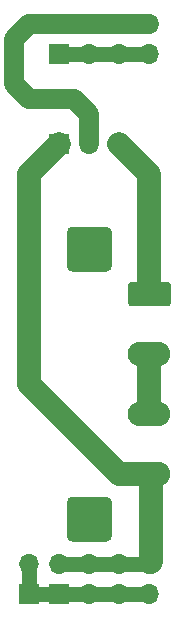
<source format=gbr>
%TF.GenerationSoftware,KiCad,Pcbnew,5.1.9+dfsg1-1+deb11u1*%
%TF.CreationDate,2024-05-04T00:08:04-07:00*%
%TF.ProjectId,BBpower,4242706f-7765-4722-9e6b-696361645f70,rev?*%
%TF.SameCoordinates,Original*%
%TF.FileFunction,Copper,L2,Bot*%
%TF.FilePolarity,Positive*%
%FSLAX46Y46*%
G04 Gerber Fmt 4.6, Leading zero omitted, Abs format (unit mm)*
G04 Created by KiCad (PCBNEW 5.1.9+dfsg1-1+deb11u1) date 2024-05-04 00:08:04*
%MOMM*%
%LPD*%
G01*
G04 APERTURE LIST*
%TA.AperFunction,ComponentPad*%
%ADD10O,1.700000X1.700000*%
%TD*%
%TA.AperFunction,ComponentPad*%
%ADD11R,1.700000X1.700000*%
%TD*%
%TA.AperFunction,ComponentPad*%
%ADD12O,3.600000X2.080000*%
%TD*%
%TA.AperFunction,Conductor*%
%ADD13C,2.032000*%
%TD*%
%TA.AperFunction,Conductor*%
%ADD14C,1.270000*%
%TD*%
%TA.AperFunction,Conductor*%
%ADD15C,1.651000*%
%TD*%
G04 APERTURE END LIST*
D10*
%TO.P,J7,2*%
%TO.N,Net-(D1-Pad1)*%
X175260000Y-139700000D03*
D11*
%TO.P,J7,1*%
X175260000Y-142240000D03*
%TD*%
%TO.P,J6,1*%
%TO.N,Net-(J6-Pad1)*%
%TA.AperFunction,ComponentPad*%
G36*
G01*
X178435000Y-137337800D02*
X178435000Y-134442200D01*
G75*
G02*
X178892200Y-133985000I457200J0D01*
G01*
X181787800Y-133985000D01*
G75*
G02*
X182245000Y-134442200I0J-457200D01*
G01*
X182245000Y-137337800D01*
G75*
G02*
X181787800Y-137795000I-457200J0D01*
G01*
X178892200Y-137795000D01*
G75*
G02*
X178435000Y-137337800I0J457200D01*
G01*
G37*
%TD.AperFunction*%
%TD*%
%TO.P,J5,1*%
%TO.N,Net-(J5-Pad1)*%
%TA.AperFunction,ComponentPad*%
G36*
G01*
X178435000Y-114477800D02*
X178435000Y-111582200D01*
G75*
G02*
X178892200Y-111125000I457200J0D01*
G01*
X181787800Y-111125000D01*
G75*
G02*
X182245000Y-111582200I0J-457200D01*
G01*
X182245000Y-114477800D01*
G75*
G02*
X181787800Y-114935000I-457200J0D01*
G01*
X178892200Y-114935000D01*
G75*
G02*
X178435000Y-114477800I0J457200D01*
G01*
G37*
%TD.AperFunction*%
%TD*%
D10*
%TO.P,J4,8*%
%TO.N,Net-(J1-Pad4)*%
X185420000Y-139700000D03*
%TO.P,J4,7*%
%TO.N,Net-(D1-Pad1)*%
X185420000Y-142240000D03*
%TO.P,J4,6*%
%TO.N,Net-(J1-Pad4)*%
X182880000Y-139700000D03*
%TO.P,J4,5*%
%TO.N,Net-(D1-Pad1)*%
X182880000Y-142240000D03*
%TO.P,J4,4*%
%TO.N,Net-(J1-Pad4)*%
X180340000Y-139700000D03*
%TO.P,J4,3*%
%TO.N,Net-(D1-Pad1)*%
X180340000Y-142240000D03*
%TO.P,J4,2*%
%TO.N,Net-(J1-Pad4)*%
X177800000Y-139700000D03*
D11*
%TO.P,J4,1*%
%TO.N,Net-(D1-Pad1)*%
X177800000Y-142240000D03*
%TD*%
D10*
%TO.P,J3,8*%
%TO.N,Net-(J2-Pad2)*%
X185420000Y-93980000D03*
%TO.P,J3,7*%
%TO.N,Net-(D1-Pad1)*%
X185420000Y-96520000D03*
%TO.P,J3,6*%
%TO.N,Net-(J2-Pad2)*%
X182880000Y-93980000D03*
%TO.P,J3,5*%
%TO.N,Net-(D1-Pad1)*%
X182880000Y-96520000D03*
%TO.P,J3,4*%
%TO.N,Net-(J2-Pad2)*%
X180340000Y-93980000D03*
%TO.P,J3,3*%
%TO.N,Net-(D1-Pad1)*%
X180340000Y-96520000D03*
%TO.P,J3,2*%
%TO.N,Net-(J2-Pad2)*%
X177800000Y-93980000D03*
D11*
%TO.P,J3,1*%
%TO.N,Net-(D1-Pad1)*%
X177800000Y-96520000D03*
%TD*%
D10*
%TO.P,J2,3*%
%TO.N,Net-(J1-Pad1)*%
X182880000Y-104140000D03*
%TO.P,J2,2*%
%TO.N,Net-(J2-Pad2)*%
X180340000Y-104140000D03*
D11*
%TO.P,J2,1*%
%TO.N,Net-(J1-Pad4)*%
X177800000Y-104140000D03*
%TD*%
D12*
%TO.P,J1,4*%
%TO.N,Net-(J1-Pad4)*%
X185420000Y-132080000D03*
%TO.P,J1,3*%
%TO.N,Net-(D1-Pad1)*%
X185420000Y-127000000D03*
%TO.P,J1,2*%
X185420000Y-121920000D03*
%TO.P,J1,1*%
%TO.N,Net-(J1-Pad1)*%
%TA.AperFunction,ComponentPad*%
G36*
G01*
X183869999Y-115800000D02*
X186970001Y-115800000D01*
G75*
G02*
X187220000Y-116049999I0J-249999D01*
G01*
X187220000Y-117630001D01*
G75*
G02*
X186970001Y-117880000I-249999J0D01*
G01*
X183869999Y-117880000D01*
G75*
G02*
X183620000Y-117630001I0J249999D01*
G01*
X183620000Y-116049999D01*
G75*
G02*
X183869999Y-115800000I249999J0D01*
G01*
G37*
%TD.AperFunction*%
%TD*%
D13*
%TO.N,Net-(D1-Pad1)*%
X185420000Y-121920000D02*
X185420000Y-127000000D01*
D14*
X177800000Y-96520000D02*
X185420000Y-96520000D01*
X185420000Y-142240000D02*
X175260000Y-142240000D01*
X175260000Y-139700000D02*
X175260000Y-142240000D01*
D13*
%TO.N,Net-(J1-Pad4)*%
X185555503Y-132215503D02*
X185555503Y-139554503D01*
D14*
X185420000Y-132080000D02*
X185555503Y-132215503D01*
D13*
X182880000Y-132080000D02*
X185420000Y-132080000D01*
X175260000Y-124460000D02*
X182880000Y-132080000D01*
X175260000Y-106680000D02*
X175260000Y-124460000D01*
X177800000Y-104140000D02*
X175260000Y-106680000D01*
D14*
X185420000Y-139700000D02*
X177800000Y-139700000D01*
D13*
%TO.N,Net-(J1-Pad1)*%
X185420000Y-106680000D02*
X185420000Y-116840000D01*
X182880000Y-104140000D02*
X185420000Y-106680000D01*
D15*
%TO.N,Net-(J2-Pad2)*%
X180340000Y-101600000D02*
X180340000Y-104140000D01*
X179070000Y-100330000D02*
X180340000Y-101600000D01*
X175260000Y-100330000D02*
X179070000Y-100330000D01*
X173990000Y-99060000D02*
X175260000Y-100330000D01*
X173990000Y-95250000D02*
X173990000Y-99060000D01*
X175260000Y-93980000D02*
X173990000Y-95250000D01*
X185420000Y-93980000D02*
X175260000Y-93980000D01*
%TD*%
M02*

</source>
